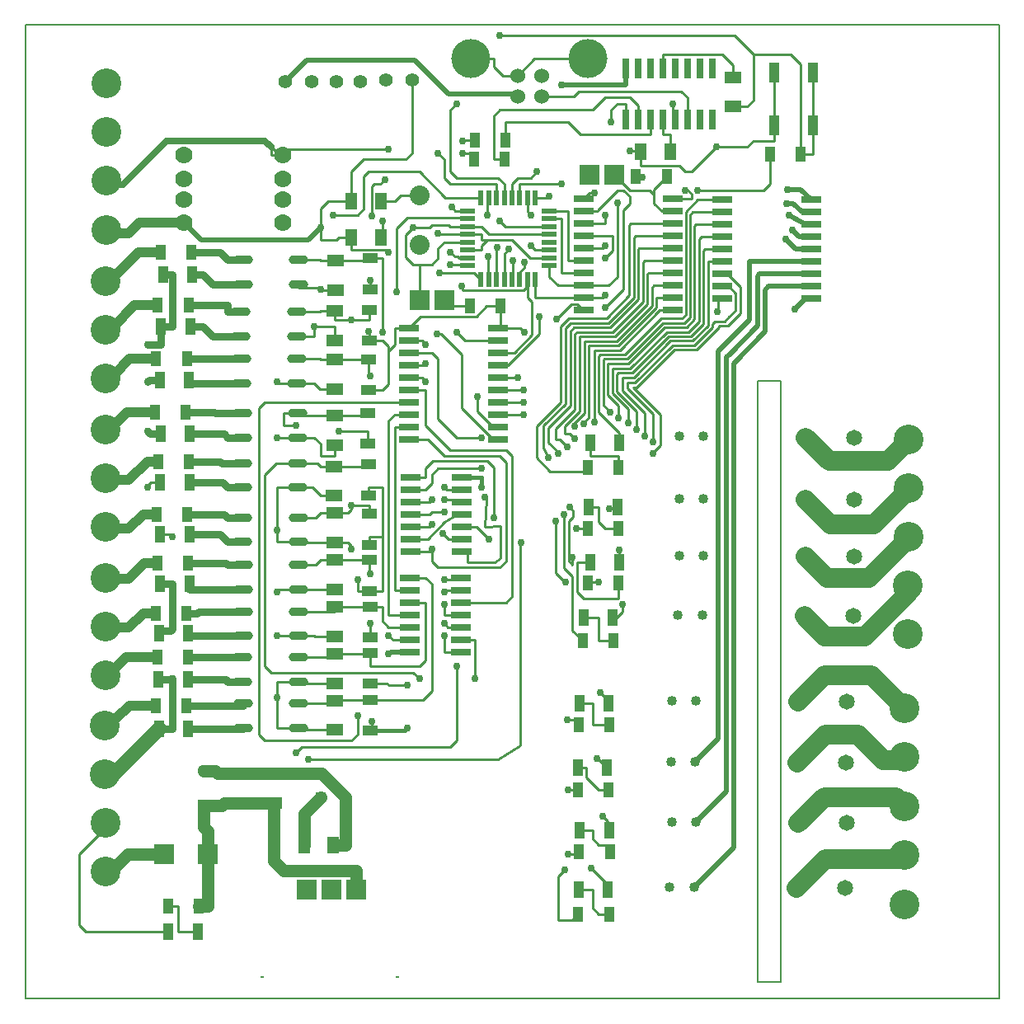
<source format=gbr>
G04 PROTEUS RS274X GERBER FILE*
%FSLAX45Y45*%
%MOMM*%
G01*
%ADD10C,0.254000*%
%ADD11C,0.762000*%
%ADD12C,1.270000*%
%ADD13C,0.508000*%
%ADD14C,1.016000*%
%ADD15C,0.381000*%
%ADD16C,2.032000*%
%ADD17C,0.635000*%
%ADD18C,1.524000*%
%ADD19C,0.762000*%
%ADD70C,1.524000*%
%ADD71C,4.000000*%
%ADD20R,2.032000X0.635000*%
%ADD21R,1.498600X0.558800*%
%ADD22R,0.558800X1.498600*%
%ADD23C,3.048000*%
%ADD24C,1.016000*%
%ADD25C,1.651000*%
%ADD26R,0.635000X2.032000*%
%ADD27R,1.803400X1.143000*%
%ADD28R,1.016000X1.524000*%
%ADD29R,1.524000X1.016000*%
%AMPPAD022*
4,1,36,
-0.977900,-0.012700,
-0.977900,0.012700,
-0.969310,0.100990,
-0.944590,0.182630,
-0.905320,0.256060,
-0.853080,0.319680,
-0.789460,0.371920,
-0.716030,0.411190,
-0.634390,0.435910,
-0.546100,0.444500,
0.546100,0.444500,
0.634390,0.435910,
0.716030,0.411190,
0.789460,0.371920,
0.853080,0.319680,
0.905320,0.256060,
0.944590,0.182630,
0.969310,0.100990,
0.977900,0.012700,
0.977900,-0.012700,
0.969310,-0.100990,
0.944590,-0.182630,
0.905320,-0.256060,
0.853080,-0.319680,
0.789460,-0.371920,
0.716030,-0.411190,
0.634390,-0.435910,
0.546100,-0.444500,
-0.546100,-0.444500,
-0.634390,-0.435910,
-0.716030,-0.411190,
-0.789460,-0.371920,
-0.853080,-0.319680,
-0.905320,-0.256060,
-0.944590,-0.182630,
-0.969310,-0.100990,
-0.977900,-0.012700,
0*%
%ADD72PPAD022*%
%ADD73R,1.092200X1.752600*%
%ADD30R,1.143000X1.803400*%
%ADD31C,2.032000*%
%ADD32R,1.280000X1.280000*%
%ADD33C,0.254000*%
%ADD34C,1.280000*%
%ADD35R,1.120000X1.120000*%
%ADD36C,1.120000*%
%ADD37R,2.108200X2.108200*%
%ADD38C,1.397000*%
%ADD39R,2.032000X2.032000*%
%ADD40R,0.300000X0.200000*%
%ADD41R,1.000000X2.000000*%
%ADD42C,1.778000*%
%ADD43C,0.203200*%
D10*
X-75040Y+3620000D02*
X-190500Y+3620000D01*
X-190500Y+4064000D01*
X-127000Y+4127500D01*
X+825500Y+4127500D01*
X+952500Y+4254500D01*
X+1206500Y+4254500D01*
X+1290500Y+4170500D01*
X+1290500Y+4029650D01*
X+1417500Y+4029650D02*
X+1417500Y+3873500D01*
X+698500Y+3873500D01*
X+571500Y+4000500D01*
X-72000Y+4000500D01*
X-72000Y+3815000D01*
X-142800Y+1759500D02*
X-489500Y+1759500D01*
X-571500Y+1841500D01*
D11*
X-3345040Y-1990000D02*
X-2767000Y-1990000D01*
X-2767000Y-1970000D01*
X-3330000Y-2230000D02*
X-2767000Y-2230000D01*
X-2767000Y-2220000D01*
X-3330000Y-1497000D02*
X-3048001Y-1497000D01*
X-3048000Y-1497001D01*
X-2770000Y-1497001D01*
X-2770000Y-1497000D01*
X-3331000Y-1724000D02*
X-2944000Y-1724000D01*
X-2921000Y-1747000D01*
X-2770000Y-1747000D01*
X-2766000Y-1024000D02*
X-3217500Y-1024000D01*
X-3238500Y-1045000D01*
X-3345000Y-1045000D01*
X-2766000Y-1274000D02*
X-3330000Y-1274000D01*
X-3330000Y-1250000D01*
X-3330000Y-530000D02*
X-2937000Y-530000D01*
X-2921000Y-546000D01*
X-2766000Y-546000D01*
X-2766000Y-796000D02*
X-3317000Y-796000D01*
X-3317000Y-738000D01*
X-3337000Y-25000D02*
X-2957000Y-25000D01*
X-2921000Y-61000D01*
X-2770000Y-61000D01*
X-3315000Y-235000D02*
X-2997000Y-235000D01*
X-2921000Y-311000D01*
X-2770000Y-311000D01*
X-3319000Y+515000D02*
X-2999500Y+515000D01*
X-2984500Y+500000D01*
X-2772000Y+500000D01*
X-3316000Y+302000D02*
X-2973000Y+302000D01*
X-2921000Y+250000D01*
X-2772000Y+250000D01*
X-3356000Y+1025000D02*
X-3061000Y+1025000D01*
X-3048000Y+1012000D01*
X-2775000Y+1012000D01*
X-3311000Y+802000D02*
X-2961000Y+802000D01*
X-2921000Y+762000D01*
X-2775000Y+762000D01*
X-2782000Y+1572000D02*
X-3174999Y+1572000D01*
X-3175000Y+1571999D01*
X-3343000Y+1571999D01*
X-3343000Y+1572000D01*
X-2782000Y+1322000D02*
X-3321000Y+1322000D01*
X-3321000Y+1351000D01*
X-3325000Y+2123000D02*
X-2921000Y+2123000D01*
X-2921000Y+2054000D01*
X-2786000Y+2054000D01*
X-2786000Y+1804000D02*
X-3078000Y+1804000D01*
X-3175000Y+1901000D01*
X-3308000Y+1901000D01*
X-3293000Y+2665000D02*
X-3002000Y+2665000D01*
X-2921000Y+2584000D01*
X-2762000Y+2584000D01*
X-2762000Y+2334000D02*
X-3077000Y+2334000D01*
X-3175000Y+2432000D01*
X-3288000Y+2432000D01*
D10*
X+992960Y-4132000D02*
X+889000Y-4132000D01*
X+825500Y-4068500D01*
X+825500Y-3881000D01*
X+683000Y-3881000D01*
X+1000960Y-3495000D02*
X+1000960Y-3421380D01*
X+889000Y-3421380D01*
X+825500Y-3357880D01*
X+825500Y-3274000D01*
X+693000Y-3274000D01*
X+673000Y-2625000D02*
X+762000Y-2625000D01*
X+762000Y-2730500D01*
X+886500Y-2855000D01*
X+987960Y-2855000D01*
X+691000Y-1964000D02*
X+825500Y-1964000D01*
X+825500Y-2185000D01*
X+997960Y-2185000D01*
X+733000Y-1085000D02*
X+889000Y-1085000D01*
X+889000Y-1325000D01*
X+1037960Y-1325000D01*
X+798000Y-521000D02*
X+667275Y-521000D01*
X+667275Y-825500D01*
X+730775Y-889000D01*
X+1087960Y-889000D01*
X+1087960Y-735000D01*
X+1092960Y-172000D02*
X+952500Y-172000D01*
X+889000Y-108500D01*
X+889000Y+47000D01*
X+784000Y+47000D01*
X+798000Y+710000D02*
X+798000Y+571500D01*
X+1092960Y+571500D01*
X+1092960Y+458000D01*
D12*
X-2450000Y-2990000D02*
X-2450000Y-3582500D01*
X-2349500Y-3683000D01*
X-1606000Y-3683000D01*
X-1606000Y-3880000D01*
X-3130000Y-3520000D02*
X-3130000Y-4050000D01*
X-3220000Y-4050000D01*
X-3170000Y-3015000D02*
X-3170000Y-3238500D01*
X-3130000Y-3278500D01*
X-3130000Y-3520000D01*
X-3170000Y-3015000D02*
X-2984500Y-3015000D01*
X-2959500Y-2990000D01*
X-2450000Y-2990000D01*
D10*
X-3534960Y-4050000D02*
X-3429000Y-4050000D01*
X-3429000Y-4310000D01*
X-3230000Y-4310000D01*
X-1455000Y-1935000D02*
X-919000Y-1935000D01*
X-825500Y-1841500D01*
X-825500Y-743500D01*
X-889000Y-680000D01*
X-1051350Y-680000D01*
X-1820000Y-1940000D02*
X-1820000Y-1970000D01*
X-2197000Y-1970000D01*
X-1820000Y-1940000D02*
X-1820000Y-1935000D01*
X-1455000Y-1935000D01*
X-1457000Y-1460000D02*
X-1457000Y-1587500D01*
X-952500Y-1587500D01*
X-889000Y-1524000D01*
X-889000Y-934000D01*
X-1051350Y-934000D01*
X-1820000Y-1460000D02*
X-1457000Y-1460000D01*
X-1457000Y-1450000D01*
X-1820000Y-1460000D02*
X-1820000Y-1497000D01*
X-2200000Y-1497000D01*
D11*
X-3492500Y-1714500D02*
X-3492500Y-2230000D01*
X-3630000Y-2230000D01*
X-3492500Y-1206500D02*
X-3492500Y-738000D01*
X-3617000Y-738000D01*
X-3608000Y+1901000D02*
X-3492500Y+1901000D01*
X-3492500Y+2432000D01*
X-3588000Y+2432000D01*
X-3492500Y-1206500D02*
X-3505200Y-1219200D01*
X-3630000Y-1219200D01*
X-3630000Y-1250000D01*
X-3608000Y+1901000D02*
X-3608000Y+1714500D01*
X-3746500Y+1714500D01*
D10*
X-3746500Y+254000D02*
X-3746500Y+263900D01*
X-3708400Y+302000D01*
X-3616000Y+302000D01*
D11*
X-3746500Y+825500D02*
X-3723000Y+802000D01*
X-3611000Y+802000D01*
X-3746500Y+1333500D02*
X-3729000Y+1351000D01*
X-3621000Y+1351000D01*
D10*
X-3492500Y-254000D02*
X-3511500Y-235000D01*
X-3615000Y-235000D01*
D11*
X-3492500Y-1714500D02*
X-3502000Y-1724000D01*
X-3631000Y-1724000D01*
D10*
X-1460000Y-975040D02*
X-1333500Y-975040D01*
X-1333500Y-1124500D01*
X-1270000Y-1188000D01*
X-1051350Y-1188000D01*
X-1820000Y-980000D02*
X-1820000Y-1024000D01*
X-2196000Y-1024000D01*
X-1820000Y-980000D02*
X-1460000Y-980000D01*
X-1460000Y-975040D01*
X-1460500Y-635000D02*
X-1466000Y-629500D01*
X-1466000Y-498000D01*
X-1820000Y-498000D02*
X-1466000Y-498000D01*
X-1820000Y-498000D02*
X-1968500Y-498000D01*
X-2016500Y-546000D01*
X-2196000Y-546000D01*
X-1466000Y-498000D02*
X-1466000Y-497000D01*
X-698500Y-825500D02*
X-680000Y-807000D01*
X-530650Y-807000D01*
X-1824000Y-14000D02*
X-1968500Y-14000D01*
X-2015500Y-61000D01*
X-2200000Y-61000D01*
X-1651000Y+63500D02*
X-1466000Y+63500D01*
X-1466000Y-23000D01*
X-1824000Y-14000D02*
X-1689100Y-14000D01*
X-1651000Y+24100D01*
X-1651000Y+63500D01*
X-1828000Y+464000D02*
X-1479000Y+464000D01*
X-1479000Y+484000D01*
X-1828000Y+464000D02*
X-1968500Y+464000D01*
X-2004500Y+500000D01*
X-2202000Y+500000D01*
X-381000Y-1714500D02*
X-381000Y-1315000D01*
X-530650Y-1315000D01*
X-2202000Y+500000D02*
X-2421000Y+500000D01*
X-2540000Y+381000D01*
X-2540000Y-1587500D01*
X-2476500Y-1651000D01*
X-1016000Y-1651000D01*
X-952500Y-1714500D01*
X-1825000Y+986000D02*
X-2133000Y+986000D01*
X-2159000Y+1012000D01*
X-2205000Y+1012000D01*
X-1825000Y+986000D02*
X-1481000Y+986000D01*
X-1481000Y+1013000D01*
X-2205000Y+1012000D02*
X-2349500Y+1012000D01*
X-2349500Y+889000D01*
X-2222500Y+889000D01*
X-190500Y-63500D02*
X-190500Y+457200D01*
X-254000Y+520700D01*
X-812800Y+520700D01*
X-889000Y+444500D01*
X-889000Y+356000D01*
X-1041350Y+356000D01*
X-2222500Y-2476500D02*
X-2159000Y-2413000D01*
X-635000Y-2413000D01*
X-571500Y-2349500D01*
X-571500Y-1587500D01*
X-1821000Y+1562000D02*
X-1968500Y+1562000D01*
X-1978500Y+1572000D01*
X-2212000Y+1572000D01*
X-1475000Y+1563000D02*
X-1475000Y+1411500D01*
X-1460500Y+1397000D01*
X-825500Y+127000D02*
X-850500Y+102000D01*
X-1041350Y+102000D01*
X-1821000Y+1562000D02*
X-1651000Y+1562000D01*
X-1650000Y+1563000D01*
X-1475000Y+1563000D01*
X-1820000Y+2060000D02*
X-1820000Y+1968500D01*
X-1651000Y+1968500D01*
X-825500Y-127000D02*
X-850500Y-152000D01*
X-1041350Y-152000D01*
X-1820000Y+2060000D02*
X-1968500Y+2060000D01*
X-1974500Y+2054000D01*
X-2216000Y+2054000D01*
X-1651000Y+1968500D02*
X-1470000Y+1968500D01*
X-1470000Y+2074960D01*
X-1463000Y+2602000D02*
X-1333500Y+2602000D01*
X-1333500Y+1841500D01*
X-698500Y+254000D02*
X-673500Y+229000D01*
X-520650Y+229000D01*
X-1814000Y+2578000D02*
X-1463000Y+2578000D01*
X-1463000Y+2602000D01*
X-1814000Y+2578000D02*
X-1968500Y+2578000D01*
X-1974500Y+2584000D01*
X-2192000Y+2584000D01*
X-889000Y+1714500D02*
X-889000Y+1721400D01*
X-927100Y+1759500D01*
X-1057200Y+1759500D01*
X-698500Y+0D02*
X-825500Y+0D01*
X-850500Y-25000D01*
X-1041350Y-25000D01*
X-317500Y+444500D02*
X-762000Y+444500D01*
X-825500Y+381000D01*
X-825500Y+292500D01*
X-889000Y+229000D01*
X-1041350Y+229000D01*
X-317500Y+762000D02*
X-571500Y+762000D01*
X-762000Y+952500D01*
X-762000Y+1569000D01*
X-825500Y+1632500D01*
X-1057200Y+1632500D01*
X-698500Y-1270000D02*
X-698500Y-1442000D01*
X-530650Y-1442000D01*
X-889000Y+1524000D02*
X-907500Y+1505500D01*
X-1057200Y+1505500D01*
X-889000Y+1333500D02*
X-889000Y+1340400D01*
X-927100Y+1378500D01*
X-1057200Y+1378500D01*
X-698500Y-1143000D02*
X-698500Y-1149900D01*
X-660400Y-1188000D01*
X-530650Y-1188000D01*
X-530650Y-934000D02*
X-63500Y-934000D01*
X+0Y-870500D01*
X+0Y+571500D01*
X-63500Y+635000D01*
X-635000Y+635000D01*
X-889000Y+889000D01*
X-889000Y+1251500D01*
X-1057200Y+1251500D01*
X-1270000Y-1270000D02*
X-1225000Y-1315000D01*
X-1051350Y-1315000D01*
X-1587500Y-2095500D02*
X-1587500Y-2286000D01*
X-1651000Y-2349500D01*
X-2540000Y-2349500D01*
X-2603500Y-2286000D01*
X-2603500Y+1061000D01*
X-2540000Y+1124500D01*
X-1057200Y+1124500D01*
X-1057200Y+997500D02*
X-1206500Y+997500D01*
X-1270000Y+934000D01*
X-1270000Y-1061000D01*
X-1051350Y-1061000D01*
X-1051350Y-807000D02*
X-1206500Y-807000D01*
X-1206500Y+870500D01*
X-1057200Y+870500D01*
X+1651000Y+4191000D02*
X+1651000Y+4029650D01*
X+1671500Y+4029650D01*
X+1798500Y+4029650D02*
X+1798500Y+4254500D01*
X+1735000Y+4318000D01*
X+685000Y+4318000D01*
X+635000Y+4268000D01*
X+301920Y+4268000D01*
X+1544500Y+4550350D02*
X+1544500Y+4699000D01*
X+2159000Y+4699000D01*
X+2270000Y+4588000D01*
X+2270000Y+4460000D01*
X-1650000Y+2820000D02*
X-1650000Y+2691315D01*
X-1294315Y+2691315D01*
X-1270000Y+2667000D01*
X+1320000Y+3700000D02*
X+1320000Y+3556000D01*
X+1714500Y+3556000D01*
X-762000Y+2603500D02*
X-762000Y+2703500D01*
X-698500Y+2767000D01*
X-463000Y+2767000D01*
X+1016000Y+4000500D02*
X+1016000Y+4127500D01*
X+1079500Y+4191000D01*
X+1163500Y+4191000D01*
X+1163500Y+4029650D01*
X+1714500Y+3556000D02*
X+1778000Y+3492500D01*
X+2095500Y+3746500D02*
X+1841500Y+3492500D01*
X+1778000Y+3492500D01*
X-762000Y+2603500D02*
X-825500Y+2540000D01*
X-1650000Y+3190000D02*
X-1650000Y+3493500D01*
X-1524000Y+3619500D01*
X-1093500Y+3619500D01*
X-1030000Y+3683000D01*
X-1030000Y+4430000D01*
X-825500Y-381000D02*
X-825500Y-508000D01*
X-762000Y-571500D01*
X-127000Y-571500D01*
X-63500Y-508000D01*
X-63500Y+508000D01*
X-127000Y+571500D01*
X-698500Y+571500D01*
X-870500Y+743500D01*
X-1057200Y+743500D01*
D13*
X-3370000Y+2970000D02*
X-3194000Y+2794000D01*
X-2095500Y+2794000D01*
X-1968500Y+2921000D01*
D12*
X-2450000Y-2690000D02*
X-1955000Y-2690000D01*
X-1715000Y-2930000D01*
D10*
X+2690000Y+3970000D02*
X+2690000Y+3810000D01*
X+2476500Y+3810000D01*
X+2413000Y+3746500D01*
X+2095500Y+3746500D01*
X+53000Y+4479780D02*
X+223000Y+4649780D01*
X+773000Y+4649780D01*
X-2202000Y+250000D02*
X-2413000Y+250000D01*
X-2413000Y-190500D01*
X+53000Y+4479780D02*
X-98280Y+4479780D01*
X-190500Y+4572000D01*
X-190500Y+4649780D01*
X-427000Y+4649780D01*
X-1824000Y-314000D02*
X-2156000Y-314000D01*
X-2159000Y-311000D01*
X-2200000Y-311000D01*
X-2197000Y-2220000D02*
X-2413000Y-2220000D01*
X-2413000Y-1905000D01*
X-463000Y+2927000D02*
X-317500Y+2927000D01*
X-237500Y+2847000D01*
X+377000Y+2847000D01*
D12*
X-1715000Y-2930000D02*
X-1715000Y-3420000D01*
X-1840000Y-3420000D01*
D10*
X-2202000Y+250000D02*
X-2054500Y+250000D01*
X-1968500Y+164000D01*
X-1828000Y+164000D01*
X-2032000Y+1905000D02*
X-1820000Y+1905000D01*
X-1820000Y+1760000D01*
X-2205000Y+762000D02*
X-2032000Y+762000D01*
X-1968500Y+698500D01*
X-1968500Y+571500D01*
X-1825000Y+571500D01*
X-1825000Y+686000D01*
X-2200000Y-311000D02*
X-2413000Y-311000D01*
X-2413000Y-190500D01*
X-2212000Y+1322000D02*
X-2032000Y+1322000D01*
X-1972000Y+1262000D01*
X-1821000Y+1262000D01*
X-2032000Y+1905000D02*
X-2032000Y+1804000D01*
X-2216000Y+1804000D01*
D12*
X-3170000Y-2665000D02*
X-3048000Y-2665000D01*
X-3023000Y-2690000D01*
X-2450000Y-2690000D01*
D10*
X-1968500Y+2286000D02*
X-1981200Y+2298700D01*
X-2192000Y+2298700D01*
X-2192000Y+2334000D01*
X-1650000Y+2820000D02*
X-1778000Y+2820000D01*
X-1804000Y+2794000D01*
X-1968500Y+2794000D01*
X-1968500Y+2921000D01*
X-2197000Y-2220000D02*
X-2197000Y-2240000D01*
X-1820000Y-2240000D01*
X-2200000Y-1747000D02*
X-2200000Y-1760000D01*
X-1820000Y-1760000D01*
X-463000Y+2927000D02*
X-635000Y+2927000D01*
X-652950Y+2944950D01*
X-825500Y+2944950D01*
X-849450Y+2921000D01*
X-1016000Y+2921000D01*
X-2196000Y-1274000D02*
X-2032000Y-1274000D01*
X-2026000Y-1280000D01*
X-1820000Y-1280000D01*
X-1968500Y+2286000D02*
X-1960500Y+2278000D01*
X-1814000Y+2278000D01*
X-2196000Y-796000D02*
X-2196000Y-798000D01*
X-1820000Y-798000D01*
X-1824000Y-314000D02*
X-1689100Y-314000D01*
X-1651000Y-352100D01*
X-1651000Y-381000D01*
D13*
X-1270000Y-1460500D02*
X-1251500Y-1442000D01*
X-1051350Y-1442000D01*
D10*
X+2690000Y+3970000D02*
X+2690000Y+4510000D01*
X-1650000Y+3190000D02*
X-1890000Y+3190000D01*
X-1968500Y+3111500D01*
X-1968500Y+2921000D01*
X-2200000Y-1747000D02*
X-2413000Y-1747000D01*
X-2413000Y-1905000D01*
X-825500Y-381000D02*
X-850500Y-406000D01*
X-1041350Y-406000D01*
X-2212000Y+1322000D02*
X-2401500Y+1322000D01*
X-2413000Y+1333500D01*
X-2196000Y-1274000D02*
X-2409000Y-1274000D01*
X-2413000Y-1270000D01*
X-2196000Y-796000D02*
X-2383500Y-796000D01*
X-2413000Y-825500D01*
X-2205000Y+762000D02*
X-2413000Y+762000D01*
D14*
X-3644960Y-530000D02*
X-3776620Y-530000D01*
X-3937000Y-690380D01*
X-4157000Y-690380D01*
D10*
X-2354000Y+3660000D02*
X-2476500Y+3660000D01*
X-2476500Y+3746500D01*
X-127000Y+2984500D02*
X-69500Y+2927000D01*
X+377000Y+2927000D01*
X-635000Y+2667000D02*
X-586580Y+2618580D01*
X-550905Y+2618580D01*
X-550905Y+2607000D01*
X-463000Y+2607000D01*
X-950000Y+3250000D02*
X-1143000Y+3250000D01*
X-1203000Y+3190000D01*
X-1350000Y+3190000D01*
X-1333500Y+2984500D02*
X-1333500Y+2874000D01*
X-1350000Y+2857500D01*
X-1350000Y+2820000D01*
X-635000Y+2540000D02*
X-521000Y+2540000D01*
X-508000Y+2527000D01*
X-463000Y+2527000D01*
X+731800Y+2194500D02*
X+237000Y+2194500D01*
X+237000Y+2387000D01*
X+731800Y+2321500D02*
X+988000Y+2321500D01*
X+1079500Y+2413000D01*
X+1079500Y+3175000D01*
X+731800Y+2321500D02*
X+468500Y+2321500D01*
X+377000Y+2413000D01*
X+377000Y+2527000D01*
X+377000Y+3007000D02*
X+508000Y+3007000D01*
X+508000Y+2448500D01*
X+731800Y+2448500D01*
X+731800Y+2575500D02*
X+571500Y+2575500D01*
X+571500Y+3087000D01*
X+377000Y+3087000D01*
X+952500Y+2730500D02*
X+924500Y+2702500D01*
X+731800Y+2702500D01*
X+381000Y+3238500D02*
X+369500Y+3227000D01*
X+237000Y+3227000D01*
X+952500Y+2603500D02*
X+1028700Y+2679700D01*
X+1028700Y+2829500D01*
X+731800Y+2829500D01*
X+190500Y+3048000D02*
X+157000Y+3081500D01*
X+157000Y+3227000D01*
X+952500Y+3048000D02*
X+952500Y+2956500D01*
X+731800Y+2956500D01*
X+508000Y+3365500D02*
X+77000Y+3365500D01*
X+77000Y+3227000D01*
X+254000Y+3492500D02*
X+190500Y+3429000D01*
X+60500Y+3429000D01*
X-3000Y+3365500D01*
X-3000Y+3227000D01*
X+952500Y+2095500D02*
X+1143000Y+2286000D01*
X+1143000Y+3098800D01*
X+1206500Y+3162300D01*
X+1206500Y+3238500D01*
X+1143000Y+3302000D01*
X+1079500Y+3302000D01*
X+873900Y+3096400D01*
X+873900Y+3083500D01*
X+731800Y+3083500D01*
X-390000Y+3620000D02*
X-390000Y+3683000D01*
X-508000Y+3683000D01*
X-762000Y+3683000D02*
X-698500Y+3619500D01*
X-698500Y+3429000D01*
X-635000Y+3365500D01*
X-163000Y+3365500D01*
X-163000Y+3227000D01*
X+2960000Y+3670000D02*
X+3090000Y+3670000D01*
X+3090000Y+3970000D01*
X+2476500Y+4699000D02*
X+2286000Y+4889500D01*
X-127000Y+4889500D01*
X+2960000Y+3670000D02*
X+2960000Y+4596500D01*
X+2857500Y+4699000D01*
X+2476500Y+4699000D01*
X+2476500Y+4223500D01*
X+2413000Y+4160000D01*
X+2270000Y+4160000D01*
X+3090000Y+3970000D02*
X+3090000Y+4510000D01*
X-571500Y+4191000D02*
X-635000Y+4127500D01*
X-635000Y+3492500D01*
X-571500Y+3429000D01*
X-146500Y+3429000D01*
X-83000Y+3365500D01*
X-83000Y+3227000D01*
X-254000Y+3048000D02*
X-254000Y+3227000D01*
X-243000Y+3227000D01*
X-508000Y+3810000D02*
X-503000Y+3815000D01*
X-386960Y+3815000D01*
X+1544500Y+4029650D02*
X+1544500Y+3873500D01*
X+1620000Y+3873500D01*
X+1620000Y+3700000D01*
X-1333500Y+254000D02*
X-1333500Y-254000D01*
X-1466000Y-811960D02*
X-1333500Y-811960D01*
X-1333500Y-254000D01*
X+1905000Y+3302000D02*
X+2581540Y+3302000D01*
X+2645040Y+3365500D01*
X+2645040Y+3670000D01*
X-254000Y+2794000D02*
X+0Y+2794000D01*
X+187000Y+2607000D01*
X+377000Y+2607000D01*
X-317500Y+2687000D02*
X-317500Y+2730500D01*
X-254000Y+2794000D01*
X-463000Y+2847000D02*
X-317500Y+2847000D01*
X-317500Y+2794000D01*
X-254000Y+2794000D01*
X-317500Y+2687000D02*
X-463000Y+2687000D01*
X-463000Y+2847000D02*
X-751500Y+2847000D01*
X-762000Y+2857500D01*
X-1778000Y+825500D02*
X-1481000Y+825500D01*
X-1481000Y+698040D01*
D12*
X-1965000Y-2930000D02*
X-2140000Y-3105000D01*
X-2140000Y-3420000D01*
D10*
X+1778000Y+3302000D02*
X+1803400Y+3302000D01*
X+1841500Y+3263900D01*
X+1841500Y+3210500D01*
X+1646200Y+3210500D01*
X-1270000Y+1651000D02*
X-1270000Y+1311540D01*
X-1333500Y+1248040D01*
X-1475000Y+1248040D01*
X-1057200Y+1886500D02*
X-1206500Y+1886500D01*
X-1206500Y+1714500D01*
X-1270000Y+1651000D01*
X-1270000Y+1696500D01*
X-1333500Y+1760000D01*
X-1470000Y+1760000D01*
X-1333500Y+254000D02*
X-1479000Y+254000D01*
X-1479000Y+169040D01*
X-1397000Y-254000D02*
X-1466000Y-254000D01*
X-1466000Y-337960D01*
X-1079500Y-1778000D02*
X-1270000Y-1778000D01*
X-1283040Y-1764960D01*
X-1457000Y-1764960D01*
X-698500Y-698500D02*
X-530650Y-698500D01*
X-530650Y-680000D01*
X-1397000Y-254000D02*
X-1333500Y-254000D01*
D15*
X-1079500Y-2222500D02*
X-1106960Y-2249960D01*
X-1455000Y-2249960D01*
D13*
X+508000Y+4381500D02*
X+1163500Y+4381500D01*
X+1163500Y+4550350D01*
D10*
X-1466000Y-811960D02*
X-1587500Y-811960D01*
X-1587500Y-698500D01*
X-1460500Y-1143000D02*
X-1460000Y-1143500D01*
X-1460000Y-1290000D01*
D15*
X-317500Y+254000D02*
X-317500Y+356000D01*
X-520650Y+356000D01*
D13*
X+53000Y+4268000D02*
X+31000Y+4290000D01*
X-657000Y+4290000D01*
X-1002500Y+4635500D01*
X-2114500Y+4635500D01*
X-2330000Y+4420000D01*
D10*
X+1646200Y+2956500D02*
X+1219308Y+2956500D01*
X+1203370Y+2940562D01*
X+1203370Y+2220037D01*
X+968127Y+1984794D01*
X+578501Y+1984794D01*
X+494407Y+1900700D01*
X+494407Y+1125475D01*
X+250000Y+881068D01*
X+250000Y+552256D01*
X+387177Y+415079D01*
X+735079Y+415079D01*
X+778000Y+458000D01*
X+1646200Y+2829500D02*
X+1265545Y+2829500D01*
X+1249138Y+2813093D01*
X+1249138Y+2201173D01*
X+987078Y+1939113D01*
X+597471Y+1939113D01*
X+543347Y+1884989D01*
X+543347Y+1109713D01*
X+320000Y+886366D01*
X+320000Y+656908D01*
X+370000Y+560000D01*
X+655517Y-168538D02*
X+774538Y-168538D01*
X+778000Y-172000D01*
X+449931Y-97960D02*
X+449931Y-632777D01*
X+540322Y-723168D01*
X+544842Y-723168D01*
X+883810Y-723168D02*
X+784832Y-723168D01*
X+773000Y-735000D01*
X+1646200Y+2702500D02*
X+1296934Y+2702500D01*
X+1296061Y+2701627D01*
X+1296061Y+2183503D01*
X+1005973Y+1893415D01*
X+636114Y+1893415D01*
X+597062Y+1854363D01*
X+597062Y+1850942D01*
X+597062Y+1087242D01*
X+373729Y+863909D01*
X+373729Y+708324D01*
X+470000Y+612053D01*
X+470000Y+600000D01*
X+473013Y+596987D01*
X+474168Y+596987D01*
X+1646200Y+2575500D02*
X+1357911Y+2575500D01*
X+1341792Y+2559381D01*
X+1341792Y+2152531D01*
X+1032825Y+1843564D01*
X+663371Y+1843564D01*
X+642734Y+1822927D01*
X+642734Y+1047073D01*
X+446316Y+850655D01*
X+441698Y+846037D01*
X+441698Y+739819D01*
X+490725Y+739819D01*
X+565210Y+665334D01*
X+565210Y+663508D01*
X+527073Y-31936D02*
X+527073Y-576116D01*
X+615942Y-664985D01*
X+615942Y-1217942D01*
X+723000Y-1325000D01*
X+1646200Y+2448500D02*
X+1398109Y+2448500D01*
X+1387557Y+2437948D01*
X+1387557Y+2133702D01*
X+1051674Y+1797819D01*
X+694398Y+1797819D01*
X+694398Y+1034053D01*
X+540668Y+880323D01*
X+540668Y+805754D01*
X+540789Y+805633D01*
X+586321Y+805633D01*
X+638407Y+753547D01*
X+586306Y+50754D02*
X+627706Y+9354D01*
X+627706Y+9163D01*
X+627706Y-53557D01*
X+583432Y-97831D01*
X+583432Y-505739D01*
X+618446Y-540753D01*
X+618446Y-469414D01*
X+564776Y-2132705D02*
X+630705Y-2132705D01*
X+683000Y-2185000D01*
X+1646200Y+2321500D02*
X+1455433Y+2321500D01*
X+1433266Y+2299333D01*
X+1433266Y+2114749D01*
X+1070624Y+1752107D01*
X+742788Y+1752107D01*
X+740131Y+1749450D01*
X+740131Y+1010426D01*
X+623313Y+893608D01*
X+638888Y+878033D01*
X+572518Y-2855720D02*
X+573238Y-2855000D01*
X+673000Y-2855000D01*
X+1646200Y+2194500D02*
X+1480409Y+2194500D01*
X+1479023Y+2193114D01*
X+1479023Y+2095870D01*
X+1089539Y+1706386D01*
X+786027Y+1706386D01*
X+786027Y+968368D01*
X+730261Y+912602D01*
X+736506Y+906357D01*
X+570085Y-3515409D02*
X+665591Y-3515409D01*
X+686000Y-3495000D01*
X+1646200Y+2067500D02*
X+1515266Y+2067500D01*
X+1108475Y+1660709D01*
X+870924Y+1660709D01*
X+840973Y+1660709D01*
X+840919Y+1660655D01*
X+840919Y+917528D01*
X+841984Y+916463D01*
X+534981Y-3678130D02*
X+470020Y-3743091D01*
X+470020Y-4193492D01*
X+616508Y-4193492D01*
X+678000Y-4132000D01*
X+1098000Y+710000D02*
X+1098000Y+812374D01*
X+889104Y+1021270D01*
X+889104Y+1597562D01*
X+906521Y+1614979D01*
X+1160078Y+1614979D01*
X+1529318Y+1984219D01*
X+1742926Y+1984219D01*
X+1780794Y+2022087D01*
X+1780794Y+3077654D01*
X+1905140Y+3202000D01*
X+2155800Y+3202000D01*
X+2155800Y+3075000D02*
X+1852547Y+3075000D01*
X+1826501Y+3048954D01*
X+1826501Y+1995561D01*
X+1769400Y+1938460D01*
X+1548249Y+1938460D01*
X+1179041Y+1569252D01*
X+943299Y+1569252D01*
X+934842Y+1560795D01*
X+934842Y+1098155D01*
X+1007245Y+1025752D01*
X+996335Y+32883D02*
X+1069883Y+32883D01*
X+1084000Y+47000D01*
X+2155800Y+2948000D02*
X+1885620Y+2948000D01*
X+1872219Y+2934599D01*
X+1872219Y+1976601D01*
X+1788335Y+1892717D01*
X+1567213Y+1892717D01*
X+1192299Y+1517803D01*
X+980570Y+1517803D01*
X+980570Y+1196201D01*
X+1086093Y+1090678D01*
X+1086093Y+958544D01*
X+1098652Y-395926D02*
X+1098000Y-396578D01*
X+1098000Y-521000D01*
X+2155800Y+2821000D02*
X+1940369Y+2821000D01*
X+1917958Y+2798589D01*
X+1917958Y+1955971D01*
X+1808969Y+1846982D01*
X+1587215Y+1846982D01*
X+1211835Y+1471602D01*
X+1026282Y+1471602D01*
X+1026282Y+1215061D01*
X+1188967Y+1052376D01*
X+1188967Y+910209D01*
X+1134885Y-951010D02*
X+1134885Y-1027855D01*
X+1075370Y-1087370D01*
X+1033000Y-1087370D01*
X+1033000Y-1085000D01*
X+2155800Y+2694000D02*
X+1974237Y+2694000D01*
X+1963711Y+2683474D01*
X+1963711Y+1931071D01*
X+1833908Y+1801268D01*
X+1620707Y+1801268D01*
X+1606124Y+1801268D01*
X+1230731Y+1425875D01*
X+1089142Y+1425875D01*
X+1071954Y+1408687D01*
X+1071954Y+1233990D01*
X+1274328Y+1031616D01*
X+1274328Y+840704D01*
X+904105Y-1855026D02*
X+991000Y-1941921D01*
X+991000Y-1964000D01*
X+2155800Y+2567000D02*
X+2009500Y+2567000D01*
X+2009478Y+2567022D01*
X+2105500Y+2052000D02*
X+2110000Y+2060000D01*
X+2110000Y+2186000D01*
X+2155800Y+2186000D01*
X+2009478Y+2567022D02*
X+2009478Y+1912163D01*
X+1852881Y+1755566D01*
X+1625081Y+1755566D01*
X+1249710Y+1380195D01*
X+1137369Y+1380195D01*
X+1132893Y+1375719D01*
X+1132893Y+1237610D01*
X+1308788Y+1061715D01*
X+1359671Y+1010832D01*
X+1359671Y+778112D01*
X+869417Y-2530270D02*
X+878270Y-2530270D01*
X+973000Y-2625000D01*
X+2155800Y+2313000D02*
X+2192005Y+2313000D01*
X+2220837Y+2313000D01*
X+2293959Y+2239878D01*
X+2293959Y+2067111D01*
X+2226355Y+1999507D01*
X+2180748Y+1953900D01*
X+2080951Y+1953900D01*
X+2055230Y+1928179D01*
X+2055230Y+1893283D01*
X+1871775Y+1709828D01*
X+1645759Y+1709828D01*
X+1262552Y+1326621D01*
X+1178642Y+1326621D01*
X+1178642Y+1270751D01*
X+1285941Y+1163452D01*
X+1445885Y+1003508D01*
X+1445885Y+720081D01*
X+811026Y-3659624D02*
X+983000Y-3831598D01*
X+983000Y-3881000D01*
X+2192005Y+2313000D02*
X+2192636Y+2313631D01*
X+930569Y-3128787D02*
X+982255Y-3180473D01*
X+982255Y-3186370D01*
X+993000Y-3274000D01*
X+2155800Y+2440000D02*
X+2209584Y+2440000D01*
X+2339884Y+2309700D01*
X+2339884Y+2034842D01*
X+2213248Y+1908206D01*
X+2119015Y+1908206D01*
X+2119015Y+1892482D01*
X+1890638Y+1664105D01*
X+1664652Y+1664105D01*
X+1279285Y+1278738D01*
X+1241320Y+1278738D01*
X+1523041Y+997017D01*
X+1523041Y+684649D01*
X+1441050Y+602658D01*
X+1441050Y+601049D01*
X+3070200Y+3202000D02*
X+3008148Y+3202000D01*
D13*
X+3070200Y+2567000D02*
X+2442561Y+2567000D01*
X+2438227Y+2571334D01*
X+2438227Y+1969348D01*
X+2216851Y+1747972D01*
X+2114345Y+1645466D01*
X+2114345Y+559069D01*
X+2114345Y-2329655D01*
X+1877000Y-2567000D01*
X+3070200Y+2440000D02*
X+2539711Y+2440000D01*
X+2522430Y+2422719D01*
X+2522430Y+1909353D01*
X+2229819Y+1616742D01*
X+2198654Y+1585577D01*
X+2198654Y+1341445D01*
X+2198654Y-2873346D01*
X+1887000Y-3185000D01*
X+3070200Y+2313000D02*
X+2633926Y+2313000D01*
X+2595534Y+2274608D01*
X+2595534Y+1848661D01*
X+2271501Y+1524628D01*
X+2271501Y-3448499D01*
X+1867000Y-3853000D01*
X+2821226Y+3307917D02*
X+2964283Y+3307917D01*
X+3070200Y+3202000D01*
X+2819699Y+3166370D02*
X+2883630Y+3166370D01*
X+2975000Y+3075000D01*
X+3070200Y+3075000D01*
X+2842404Y+3044065D02*
X+2900000Y+3010000D01*
X+3014483Y+2949855D01*
X+3041219Y+2949855D01*
X+3070200Y+2948000D01*
X+3070200Y+2821000D02*
X+2947298Y+2821000D01*
X+2874954Y+2893344D01*
X+3070200Y+2694000D02*
X+2905788Y+2694000D01*
X+2803946Y+2795842D01*
X+2902313Y+2075638D02*
X+3012675Y+2186000D01*
X+3070200Y+2186000D01*
D10*
X+731800Y+2067500D02*
X+669593Y+2129707D01*
X+607298Y+2129707D01*
X+456766Y+1979175D01*
D16*
X+2937000Y-3195000D02*
X+3202000Y-2930000D01*
X+3939000Y-2930000D01*
X+4058000Y-3049000D01*
D10*
X-2476500Y+3746500D02*
X-2400000Y+3670000D01*
X-2354000Y+3670000D01*
X-2354000Y+3720000D01*
X-1270000Y+3720000D01*
X+190500Y+2730500D02*
X+234000Y+2687000D01*
X+377000Y+2687000D01*
X-4180620Y-3192000D02*
X-4180620Y-3248000D01*
X-4251310Y-3318690D01*
X-4152000Y-3219380D02*
X-4180620Y-3248000D01*
X-4251310Y-3318690D02*
X-4445000Y-3512380D01*
X-4445000Y-4246500D01*
X-4381500Y-4310000D01*
X-3530000Y-4310000D01*
X-4190885Y-3682115D02*
X-4132198Y-3682115D01*
X-4109202Y-3659119D01*
X-4180620Y-3692380D02*
X-4190885Y-3682115D01*
X-4205367Y-3682115D01*
X-4116120Y-3683880D02*
X-4152778Y-3683880D01*
X-4176099Y-3707201D01*
X-4180620Y-3692380D01*
D12*
X-4152000Y-3719760D02*
X-4116120Y-3683880D01*
X-3952240Y-3520000D01*
X-3580000Y-3520000D01*
D10*
X-4181620Y-2194000D02*
X-4139620Y-2194000D01*
X-4067810Y-2122190D01*
D14*
X-3660000Y-1990000D02*
X-3935620Y-1990000D01*
X-4067810Y-2122190D01*
X-4139620Y-2194000D02*
X-4154000Y-2208380D01*
D10*
X-4179620Y-1677760D02*
X-4143620Y-1677760D01*
X-4122930Y-1657070D01*
D14*
X-3644960Y-1497000D02*
X-3962860Y-1497000D01*
X-4122930Y-1657070D01*
X-4143620Y-1677760D02*
X-4157000Y-1691140D01*
D10*
X-4179620Y-1177380D02*
X-4146125Y-1177380D01*
X-4132745Y-1190760D01*
D14*
X-3659960Y-1045000D02*
X-3791240Y-1045000D01*
X-3937000Y-1190760D01*
X-4132745Y-1190760D01*
X-4157000Y-1190760D01*
D10*
X-4179620Y-677000D02*
X-4166240Y-690380D01*
X-4157000Y-690380D01*
X-4176620Y-154760D02*
X-4147413Y-154760D01*
X-4128033Y-174140D01*
D14*
X-3651960Y-25000D02*
X-3787860Y-25000D01*
X-3937000Y-174140D01*
X-4128033Y-174140D01*
X-4154000Y-174140D01*
D10*
X-4176620Y+345620D02*
X-4136027Y+345620D01*
X-4116647Y+326240D01*
D14*
X-3633960Y+515000D02*
X-3748240Y+515000D01*
X-3937000Y+326240D01*
X-4116647Y+326240D01*
X-4154000Y+326240D01*
D10*
X-4176620Y+846000D02*
X-4152213Y+846000D01*
X-4134620Y+846000D01*
X-4120310Y+860310D01*
D14*
X-3670960Y+1025000D02*
X-3955620Y+1025000D01*
X-4120310Y+860310D01*
X-4134620Y+846000D02*
X-4154000Y+826620D01*
D10*
X-4179620Y+1368240D02*
X-4131620Y+1368240D01*
X-4084930Y+1414930D01*
D14*
X-3657960Y+1572000D02*
X-3927860Y+1572000D01*
X-4084930Y+1414930D01*
X-4131620Y+1368240D02*
X-4151000Y+1348860D01*
D10*
X-4179620Y+1868620D02*
X-4143120Y+1905120D01*
X-4095120Y+1905120D01*
D14*
X-3639960Y+2123000D02*
X-3877240Y+2123000D01*
X-4095120Y+1905120D01*
X-4151000Y+1849240D01*
D10*
X-4179620Y+2369000D02*
X-4131620Y+2369000D01*
X-4110310Y+2390310D01*
D14*
X-3607960Y+2665000D02*
X-3835620Y+2665000D01*
X-4110310Y+2390310D01*
X-4131620Y+2369000D02*
X-4151000Y+2349620D01*
D10*
X-4172250Y+2896610D02*
X-4134500Y+2858860D01*
X-4118900Y+2858860D01*
D14*
X-3370000Y+2970000D02*
X-3825860Y+2970000D01*
X-3937000Y+2858860D01*
X-4118900Y+2858860D01*
X-4134500Y+2858860D02*
X-4150000Y+2858860D01*
D10*
X-4172250Y+3396990D02*
X-4134500Y+3359240D01*
X-4120544Y+3359240D01*
D17*
X-2476500Y+3746500D02*
X-2540000Y+3810000D01*
X-3550000Y+3810000D01*
X-4000760Y+3359240D01*
X-4120544Y+3359240D01*
X-4134500Y+3359240D02*
X-4150000Y+3359240D01*
D10*
X+4024000Y-3528620D02*
X+4059000Y-3563620D01*
X+4061000Y-3563620D01*
D16*
X+4059000Y-3563620D02*
X+3216380Y-3563620D01*
X+2917000Y-3863000D01*
D10*
X+4029000Y-3022000D02*
X+4056000Y-3049000D01*
X+4058000Y-3049000D01*
X+4029000Y-2521620D02*
X+4056000Y-2548620D01*
X+4058000Y-2548620D01*
D16*
X+2927000Y-2577000D02*
X+3214000Y-2290000D01*
X+3551380Y-2290000D01*
X+3810000Y-2548620D01*
X+4056000Y-2548620D01*
D10*
X+4029000Y-2021240D02*
X+4030000Y-2020240D01*
D16*
X+2937000Y-1949000D02*
X+3206000Y-1680000D01*
X+3689760Y-1680000D01*
X+4030000Y-2020240D01*
X+4058000Y-2048240D01*
D10*
X+4066000Y+745760D02*
X+4066000Y+725760D01*
X+4065120Y+724880D01*
D16*
X+3013000Y+763000D02*
X+3256000Y+520000D01*
X+3860240Y+520000D01*
X+4065120Y+724880D01*
X+4066000Y+725760D02*
X+4075000Y+734760D01*
D10*
X+4066000Y+245380D02*
X+4066000Y+225380D01*
X+4066000Y+216874D01*
X+4093487Y+189387D01*
D16*
X+3013000Y+121000D02*
X+3264000Y-130000D01*
X+3710620Y-130000D01*
X+4066000Y+225380D01*
X+4075000Y+234380D01*
D10*
X+4066000Y-255000D02*
X+4066000Y-269716D01*
X+4068642Y-272358D01*
X+4088621Y-292337D01*
D16*
X+3013000Y-461000D02*
X+3232000Y-680000D01*
X+3661000Y-680000D01*
X+4068642Y-272358D01*
X+4075000Y-266000D01*
D10*
X+4057000Y-756620D02*
X+4057000Y-843000D01*
X+4057000Y-873819D01*
X+4059426Y-876245D01*
D16*
X+4073000Y-786620D02*
X+4073000Y-827000D01*
X+4057000Y-843000D01*
X+3620000Y-1280000D01*
X+3210000Y-1280000D01*
X+3000000Y-1070000D01*
D10*
X-142800Y+1886500D02*
X-120000Y+1909300D01*
X-120000Y+2110000D01*
X-261380Y+2110000D01*
X-370502Y+2000878D01*
X-942822Y+2000878D01*
X-1057200Y+1886500D01*
X-434960Y+2110000D02*
X-636000Y+2110000D01*
X-696000Y+2170000D01*
X-950000Y+2170000D02*
X-950000Y+2536745D01*
X-953255Y+2540000D01*
X-1016000Y+2921000D02*
X-1090950Y+2846050D01*
X-1090950Y+2614950D01*
X-1016000Y+2540000D01*
X-953255Y+2540000D01*
X-825500Y+2540000D01*
X+127000Y+1841500D02*
X+82000Y+1886500D01*
X-142800Y+1886500D01*
X-142800Y+1505500D02*
X-43062Y+1505500D01*
X+276499Y+1825061D01*
X+276499Y+2000507D01*
X+731800Y+2194500D02*
X+924500Y+2194500D01*
X+952500Y+2222500D01*
X+123884Y+2560742D02*
X+123884Y+2503826D01*
X+77000Y+2456942D01*
X+77000Y+2387000D01*
X-142800Y+1378500D02*
X+53043Y+1378500D01*
X+57290Y+1374253D01*
X+3439Y+2579929D02*
X+3439Y+2393439D01*
X-3000Y+2387000D01*
X-142800Y+1251500D02*
X+111233Y+1251500D01*
X+114134Y+1248599D01*
X-33537Y+2696173D02*
X-83000Y+2646710D01*
X-83000Y+2387000D01*
X-142800Y+1124500D02*
X+116612Y+1124500D01*
X+117377Y+1123735D01*
X-151661Y+2715159D02*
X-163000Y+2703820D01*
X-163000Y+2387000D01*
X-142800Y+997500D02*
X+111806Y+997500D01*
X+113012Y+996294D01*
X-249339Y+2620973D02*
X-249339Y+2393339D01*
X-243000Y+2387000D01*
X-142800Y+870500D02*
X-195743Y+870500D01*
X-356380Y+1031137D01*
X-356380Y+1115058D01*
X-356380Y+1182492D01*
X-358424Y+1184536D01*
X-747954Y+2454238D02*
X-390238Y+2454238D01*
X-323000Y+2387000D01*
X-776473Y+1828315D02*
X-728413Y+1828315D01*
X-515724Y+1615626D01*
X-515724Y+1061920D01*
X-197304Y+743500D01*
X-142800Y+743500D01*
X-463000Y+3007000D02*
X-473874Y+3017874D01*
X-1081189Y+3017874D01*
X-1187534Y+2911529D01*
X-1187535Y+2257783D01*
X+90500Y-317500D02*
X+90500Y-320000D01*
X-698500Y-952500D02*
X-698500Y-1061000D01*
X-530650Y-1061000D01*
X-1041350Y-279000D02*
X-869000Y-279000D01*
X-695945Y-105945D01*
X-570000Y-25000D01*
X-573646Y-25000D01*
X-520650Y-25000D01*
X-520650Y-279000D02*
X-655580Y-279000D01*
X-712013Y-222567D01*
X-700984Y+127086D02*
X-545736Y+127086D01*
X-520650Y+102000D01*
X-463000Y+3087000D02*
X-583312Y+3087000D01*
X-622829Y+3126517D01*
X-280000Y+150000D02*
X-262677Y+132677D01*
X-278500Y-151500D01*
X-120000Y-150000D01*
X-120000Y-480000D01*
X-180000Y-520000D01*
X-460000Y-520000D01*
X-463383Y-406000D01*
X-520650Y-406000D01*
X-238445Y-283489D02*
X-369934Y-152000D01*
X-520650Y-152000D01*
X-1446296Y-2156585D02*
X-1446296Y-2241256D01*
X-1455000Y-2249960D01*
X-1463000Y+2287040D02*
X-1463000Y+2373352D01*
X-1461945Y+2374407D01*
X-1470000Y+1760000D02*
X-1470000Y+1832662D01*
X-1471986Y+1834648D01*
X-1471986Y+1850653D01*
X-1472987Y+1851654D01*
X+157000Y+2387000D02*
X+157000Y+2317440D01*
X-142800Y+1632500D02*
X+19193Y+1632500D01*
X+202520Y+1815827D01*
X+202520Y+2155910D01*
X+157000Y+2201430D01*
X+157000Y+2317440D01*
X+90500Y-320000D02*
X+80000Y-330500D01*
X+80000Y-2399909D01*
X-150000Y-2540000D01*
X-2095500Y-2540000D01*
X-1841500Y+3048000D02*
X-1587500Y+3048000D01*
X-1524000Y+3111500D01*
X-1524000Y+3446000D01*
X-1477500Y+3492500D01*
X-952500Y+3492500D01*
X-687000Y+3227000D01*
X-323000Y+3227000D01*
X+157000Y+2317440D02*
X+111929Y+2272369D01*
X-505149Y+2272369D01*
X-521515Y+2288735D01*
X-521515Y+2319208D01*
X-520509Y+2320214D01*
X-522521Y+2320214D01*
X-1441114Y+3034702D02*
X-1441114Y+3343285D01*
X-1419772Y+3364627D01*
X-1355373Y+3364627D01*
X-1308462Y+3411538D01*
X-1308462Y+3408462D01*
X+845423Y+3269796D02*
X+791096Y+3269796D01*
X+731800Y+3210500D01*
X+1270000Y+3440000D02*
X+1331144Y+3440000D01*
X+1336986Y+3434158D01*
X+1209379Y+3707962D02*
X+1295073Y+3707962D01*
X+1301929Y+3701106D01*
X+1320000Y+3700000D01*
X+1050000Y+3460000D02*
X+1207612Y+3302388D01*
X+1410758Y+3302388D01*
X+1456496Y+3256650D01*
X+1646200Y+3083500D02*
X+1534104Y+3083500D01*
X+1456496Y+3161108D01*
X+1456496Y+3256650D01*
X+1456496Y+3311536D01*
X+1584960Y+3440000D01*
D18*
X-3630000Y-2230000D02*
X-4094533Y-2694533D01*
X-4172928Y-2694533D01*
X-4181620Y-2694380D01*
D19*
X-571500Y+1841500D03*
X-3746500Y+1714500D03*
X-3492500Y-1206500D03*
X-3746500Y+254000D03*
X-3746500Y+825500D03*
X-3746500Y+1333500D03*
X-3492500Y-254000D03*
X-3492500Y-1714500D03*
X-1460500Y-635000D03*
X-698500Y-825500D03*
X-381000Y-1714500D03*
X-952500Y-1714500D03*
X-190500Y-63500D03*
X-571500Y-1587500D03*
X-2222500Y-2476500D03*
X-2222500Y+889000D03*
X-1460500Y+1397000D03*
X-825500Y+127000D03*
X-825500Y-127000D03*
X-1651000Y+1968500D03*
X-1333500Y+1841500D03*
X-698500Y+254000D03*
X-889000Y+1714500D03*
X-698500Y+0D03*
X-317500Y+444500D03*
X-317500Y+762000D03*
X-698500Y-1270000D03*
X-889000Y+1524000D03*
X-889000Y+1333500D03*
X-698500Y-1143000D03*
X-1270000Y-1270000D03*
X-1587500Y-2095500D03*
X+1651000Y+4191000D03*
X-1270000Y+2667000D03*
X+1016000Y+4000500D03*
X-1651000Y-381000D03*
X-1270000Y-1460500D03*
X-1968500Y+2921000D03*
X-2413000Y-1905000D03*
X-2413000Y-190500D03*
X-2032000Y+1905000D03*
X-1016000Y+2921000D03*
X-1968500Y+2286000D03*
X-825500Y-381000D03*
X-2413000Y+1333500D03*
X-2413000Y-1270000D03*
X-2413000Y-825500D03*
X-2413000Y+762000D03*
X-127000Y+2984500D03*
X-635000Y+2667000D03*
X-1333500Y+2984500D03*
X-635000Y+2540000D03*
X+1079500Y+3175000D03*
X+952500Y+2730500D03*
X+381000Y+3238500D03*
X+952500Y+2603500D03*
X+190500Y+3048000D03*
X+952500Y+3048000D03*
X+508000Y+3365500D03*
X+254000Y+3492500D03*
X+952500Y+2095500D03*
X-508000Y+3683000D03*
X-762000Y+3683000D03*
X-127000Y+4889500D03*
X-571500Y+4191000D03*
X-254000Y+3048000D03*
X-508000Y+3810000D03*
X+1905000Y+3302000D03*
X-762000Y+2857500D03*
X-1778000Y+825500D03*
X-698500Y-698500D03*
X-1079500Y-2222500D03*
X+508000Y+4381500D03*
X-1587500Y-698500D03*
X-1460500Y-1143000D03*
X-317500Y+254000D03*
X+370000Y+560000D03*
X+655517Y-168538D03*
X+474168Y+596987D03*
X+449931Y-97960D03*
X+544842Y-723168D03*
X+883810Y-723168D03*
X+565210Y+663508D03*
X+527073Y-31936D03*
X+638407Y+753547D03*
X+586306Y+50754D03*
X+618446Y-469414D03*
X+564776Y-2132705D03*
X+638888Y+878033D03*
X+572518Y-2855720D03*
X+736506Y+906357D03*
X+570085Y-3515409D03*
X+841984Y+916463D03*
X+534981Y-3678130D03*
X+1007245Y+1025752D03*
X+996335Y+32883D03*
X+1086093Y+958544D03*
X+1098652Y-395926D03*
X+1188967Y+910209D03*
X+1134885Y-951010D03*
X+1274328Y+840704D03*
X+904105Y-1855026D03*
X+2095500Y+3746500D03*
X+2105500Y+2052000D03*
X+1359671Y+778112D03*
X+869417Y-2530270D03*
X+1445885Y+720081D03*
X+811026Y-3659624D03*
X+1441050Y+601049D03*
X+930569Y-3128787D03*
X+2821226Y+3307917D03*
X+2819699Y+3166370D03*
X+2842404Y+3044065D03*
X+2874954Y+2893344D03*
X+2803946Y+2795842D03*
X+2902313Y+2075638D03*
X+456766Y+1979175D03*
X-1270000Y+3720000D03*
X+190500Y+2730500D03*
X+4030000Y-2020240D03*
X+1778000Y+3302000D03*
X+127000Y+1841500D03*
X+276499Y+2000507D03*
X+952500Y+2222500D03*
X+123884Y+2560742D03*
X+57290Y+1374253D03*
X+3439Y+2579929D03*
X+114134Y+1248599D03*
X-33537Y+2696173D03*
X+117377Y+1123735D03*
X-151661Y+2715159D03*
X+113012Y+996294D03*
X-249339Y+2620973D03*
X-358424Y+1184536D03*
X-747954Y+2454238D03*
X-776473Y+1828315D03*
X-1187535Y+2257783D03*
X-1651000Y+63500D03*
X-698500Y-952500D03*
X-712013Y-222567D03*
X-700984Y+127086D03*
X-622829Y+3126517D03*
X-280000Y+150000D03*
X-238445Y-283489D03*
X-1079500Y-1778000D03*
X-1446296Y-2156585D03*
X-1461945Y+2374407D03*
X-1472987Y+1851654D03*
X+90500Y-320000D03*
X-2095500Y-2540000D03*
X-1841500Y+3048000D03*
X-522521Y+2320214D03*
X-1441114Y+3034702D03*
X-1308462Y+3408462D03*
X+845423Y+3269796D03*
X+1336986Y+3434158D03*
X+1209379Y+3707962D03*
D70*
X+53000Y+4268000D03*
X+301920Y+4268000D03*
X+301920Y+4479780D03*
X+53000Y+4479780D03*
D71*
X-427000Y+4649780D03*
X+773000Y+4649780D03*
D20*
X-1051350Y-680000D03*
X-1051350Y-807000D03*
X-1051350Y-934000D03*
X-1051350Y-1061000D03*
X-1051350Y-1188000D03*
X-1051350Y-1315000D03*
X-1051350Y-1442000D03*
X-530650Y-1442000D03*
X-530650Y-1315000D03*
X-530650Y-1188000D03*
X-530650Y-1061000D03*
X-530650Y-934000D03*
X-530650Y-807000D03*
X-530650Y-680000D03*
X-1041350Y+356000D03*
X-1041350Y+229000D03*
X-1041350Y+102000D03*
X-1041350Y-25000D03*
X-1041350Y-152000D03*
X-1041350Y-279000D03*
X-1041350Y-406000D03*
X-520650Y-406000D03*
X-520650Y-279000D03*
X-520650Y-152000D03*
X-520650Y-25000D03*
X-520650Y+102000D03*
X-520650Y+229000D03*
X-520650Y+356000D03*
D21*
X-463000Y+3087000D03*
X-463000Y+3007000D03*
X-463000Y+2927000D03*
X-463000Y+2847000D03*
X-463000Y+2767000D03*
X-463000Y+2687000D03*
X-463000Y+2607000D03*
X-463000Y+2527000D03*
D22*
X-323000Y+2387000D03*
X-243000Y+2387000D03*
X-163000Y+2387000D03*
X-83000Y+2387000D03*
X-3000Y+2387000D03*
X+77000Y+2387000D03*
X+157000Y+2387000D03*
X+237000Y+2387000D03*
D21*
X+377000Y+2527000D03*
X+377000Y+2607000D03*
X+377000Y+2687000D03*
X+377000Y+2767000D03*
X+377000Y+2847000D03*
X+377000Y+2927000D03*
X+377000Y+3007000D03*
X+377000Y+3087000D03*
D22*
X+237000Y+3227000D03*
X+157000Y+3227000D03*
X+77000Y+3227000D03*
X-3000Y+3227000D03*
X-83000Y+3227000D03*
X-163000Y+3227000D03*
X-243000Y+3227000D03*
X-323000Y+3227000D03*
D20*
X-1057200Y+1886500D03*
X-1057200Y+1759500D03*
X-1057200Y+1632500D03*
X-1057200Y+1505500D03*
X-1057200Y+1378500D03*
X-1057200Y+1251500D03*
X-1057200Y+1124500D03*
X-1057200Y+997500D03*
X-1057200Y+870500D03*
X-1057200Y+743500D03*
X-142800Y+743500D03*
X-142800Y+870500D03*
X-142800Y+997500D03*
X-142800Y+1124500D03*
X-142800Y+1251500D03*
X-142800Y+1378500D03*
X-142800Y+1505500D03*
X-142800Y+1632500D03*
X-142800Y+1759500D03*
X-142800Y+1886500D03*
X+731800Y+3210500D03*
X+731800Y+3083500D03*
X+731800Y+2956500D03*
X+731800Y+2829500D03*
X+731800Y+2702500D03*
X+731800Y+2575500D03*
X+731800Y+2448500D03*
X+731800Y+2321500D03*
X+731800Y+2194500D03*
X+731800Y+2067500D03*
X+1646200Y+2067500D03*
X+1646200Y+2194500D03*
X+1646200Y+2321500D03*
X+1646200Y+2448500D03*
X+1646200Y+2575500D03*
X+1646200Y+2702500D03*
X+1646200Y+2829500D03*
X+1646200Y+2956500D03*
X+1646200Y+3083500D03*
X+1646200Y+3210500D03*
X+2155800Y+3202000D03*
X+2155800Y+3075000D03*
X+2155800Y+2948000D03*
X+2155800Y+2821000D03*
X+2155800Y+2694000D03*
X+2155800Y+2567000D03*
X+2155800Y+2440000D03*
X+2155800Y+2313000D03*
X+2155800Y+2186000D03*
X+3070200Y+2186000D03*
X+3070200Y+2313000D03*
X+3070200Y+2440000D03*
X+3070200Y+2567000D03*
X+3070200Y+2694000D03*
X+3070200Y+2821000D03*
X+3070200Y+2948000D03*
X+3070200Y+3075000D03*
X+3070200Y+3202000D03*
D23*
X-4179620Y+2369000D03*
X-4179620Y+1868620D03*
X-4179620Y+1368240D03*
X-4176620Y+846000D03*
X-4176620Y+345620D03*
X-4176620Y-154760D03*
X-4179620Y-677000D03*
X-4179620Y-1177380D03*
X-4179620Y-1677760D03*
X+4029000Y-3022000D03*
X+4029000Y-2521620D03*
X+4029000Y-2021240D03*
X+4066000Y-255000D03*
X+4066000Y+245380D03*
X+4066000Y+745760D03*
D24*
X+1617000Y-3853000D03*
X+1867000Y-3853000D03*
D25*
X+2917000Y-3863000D03*
X+3417000Y-3863000D03*
D24*
X+1637000Y-3185000D03*
X+1887000Y-3185000D03*
D25*
X+2937000Y-3195000D03*
X+3437000Y-3195000D03*
D24*
X+1627000Y-2567000D03*
X+1877000Y-2567000D03*
D25*
X+2927000Y-2577000D03*
X+3427000Y-2577000D03*
D24*
X+1637000Y-1939000D03*
X+1887000Y-1939000D03*
D25*
X+2937000Y-1949000D03*
X+3437000Y-1949000D03*
D24*
X+1700000Y-1060000D03*
X+1950000Y-1060000D03*
D25*
X+3000000Y-1070000D03*
X+3500000Y-1070000D03*
D24*
X+1713000Y-451000D03*
X+1963000Y-451000D03*
D25*
X+3013000Y-461000D03*
X+3513000Y-461000D03*
D24*
X+1713000Y+131000D03*
X+1963000Y+131000D03*
D25*
X+3013000Y+121000D03*
X+3513000Y+121000D03*
D24*
X+1713000Y+773000D03*
X+1963000Y+773000D03*
D25*
X+3013000Y+763000D03*
X+3513000Y+763000D03*
D23*
X+4024000Y-4029000D03*
X+4024000Y-3528620D03*
X+4057000Y-1257000D03*
X+4057000Y-756620D03*
X-4181620Y-2194000D03*
X-4181620Y-2694380D03*
X-4180620Y-3192000D03*
X-4180620Y-3692380D03*
D26*
X+1163500Y+4029650D03*
X+1290500Y+4029650D03*
X+1417500Y+4029650D03*
X+1544500Y+4029650D03*
X+1671500Y+4029650D03*
X+1798500Y+4029650D03*
X+1925500Y+4029650D03*
X+2052500Y+4029650D03*
X+2052500Y+4550350D03*
X+1925500Y+4550350D03*
X+1798500Y+4550350D03*
X+1671500Y+4550350D03*
X+1544500Y+4550350D03*
X+1417500Y+4550350D03*
X+1290500Y+4550350D03*
X+1163500Y+4550350D03*
D27*
X-1820000Y-2240000D03*
X-1820000Y-1940000D03*
X-1820000Y-1760000D03*
X-1820000Y-1460000D03*
X-1820000Y-1280000D03*
X-1820000Y-980000D03*
X-1820000Y-798000D03*
X-1820000Y-498000D03*
X-1824000Y-314000D03*
X-1824000Y-14000D03*
X-1828000Y+164000D03*
X-1828000Y+464000D03*
X-1825000Y+686000D03*
X-1825000Y+986000D03*
X-1821000Y+1262000D03*
X-1821000Y+1562000D03*
X-1820000Y+1760000D03*
X-1820000Y+2060000D03*
X-1814000Y+2278000D03*
X-1814000Y+2578000D03*
D28*
X-72000Y+3815000D03*
X-386960Y+3815000D03*
X-75040Y+3620000D03*
X-390000Y+3620000D03*
X-434960Y+2110000D03*
X-120000Y+2110000D03*
X+1584960Y+3440000D03*
X+1270000Y+3440000D03*
D29*
X-1455000Y-1935000D03*
X-1455000Y-2249960D03*
X-1457000Y-1450000D03*
X-1457000Y-1764960D03*
X-1460000Y-975040D03*
X-1460000Y-1290000D03*
X-1466000Y-497000D03*
X-1466000Y-811960D03*
X-1466000Y-23000D03*
X-1466000Y-337960D03*
X-1479000Y+484000D03*
X-1479000Y+169040D03*
X-1481000Y+1013000D03*
X-1481000Y+698040D03*
X-1475000Y+1563000D03*
X-1475000Y+1248040D03*
X-1470000Y+2074960D03*
X-1470000Y+1760000D03*
X-1463000Y+2602000D03*
X-1463000Y+2287040D03*
D72*
X-2767000Y-1970000D03*
X-2767000Y-2220000D03*
X-2197000Y-2220000D03*
X-2197000Y-1970000D03*
D73*
X-3330000Y-2230000D03*
X-3630000Y-2230000D03*
D28*
X-3345040Y-1990000D03*
X-3660000Y-1990000D03*
D72*
X-2770000Y-1497000D03*
X-2770000Y-1747000D03*
X-2200000Y-1747000D03*
X-2200000Y-1497000D03*
D73*
X-3331000Y-1724000D03*
X-3631000Y-1724000D03*
D28*
X-3330000Y-1497000D03*
X-3644960Y-1497000D03*
D72*
X-2766000Y-1024000D03*
X-2766000Y-1274000D03*
X-2196000Y-1274000D03*
X-2196000Y-1024000D03*
D73*
X-3330000Y-1250000D03*
X-3630000Y-1250000D03*
D28*
X-3345000Y-1045000D03*
X-3659960Y-1045000D03*
D72*
X-2766000Y-546000D03*
X-2766000Y-796000D03*
X-2196000Y-796000D03*
X-2196000Y-546000D03*
D73*
X-3317000Y-738000D03*
X-3617000Y-738000D03*
D28*
X-3330000Y-530000D03*
X-3644960Y-530000D03*
D72*
X-2770000Y-61000D03*
X-2770000Y-311000D03*
X-2200000Y-311000D03*
X-2200000Y-61000D03*
D73*
X-3315000Y-235000D03*
X-3615000Y-235000D03*
D28*
X-3337000Y-25000D03*
X-3651960Y-25000D03*
D72*
X-2772000Y+500000D03*
X-2772000Y+250000D03*
X-2202000Y+250000D03*
X-2202000Y+500000D03*
D73*
X-3316000Y+302000D03*
X-3616000Y+302000D03*
D28*
X-3319000Y+515000D03*
X-3633960Y+515000D03*
D72*
X-2775000Y+1012000D03*
X-2775000Y+762000D03*
X-2205000Y+762000D03*
X-2205000Y+1012000D03*
D73*
X-3311000Y+802000D03*
X-3611000Y+802000D03*
D28*
X-3356000Y+1025000D03*
X-3670960Y+1025000D03*
D72*
X-2782000Y+1572000D03*
X-2782000Y+1322000D03*
X-2212000Y+1322000D03*
X-2212000Y+1572000D03*
D73*
X-3321000Y+1351000D03*
X-3621000Y+1351000D03*
D28*
X-3343000Y+1572000D03*
X-3657960Y+1572000D03*
D72*
X-2786000Y+2054000D03*
X-2786000Y+1804000D03*
X-2216000Y+1804000D03*
X-2216000Y+2054000D03*
D73*
X-3308000Y+1901000D03*
X-3608000Y+1901000D03*
D28*
X-3325000Y+2123000D03*
X-3639960Y+2123000D03*
D72*
X-2762000Y+2584000D03*
X-2762000Y+2334000D03*
X-2192000Y+2334000D03*
X-2192000Y+2584000D03*
D73*
X-3288000Y+2432000D03*
X-3588000Y+2432000D03*
D28*
X-3293000Y+2665000D03*
X-3607960Y+2665000D03*
D73*
X+683000Y-3881000D03*
X+983000Y-3881000D03*
D28*
X+678000Y-4132000D03*
X+992960Y-4132000D03*
D73*
X+693000Y-3274000D03*
X+993000Y-3274000D03*
D28*
X+686000Y-3495000D03*
X+1000960Y-3495000D03*
D73*
X+673000Y-2625000D03*
X+973000Y-2625000D03*
D28*
X+673000Y-2855000D03*
X+987960Y-2855000D03*
D73*
X+691000Y-1964000D03*
X+991000Y-1964000D03*
D28*
X+683000Y-2185000D03*
X+997960Y-2185000D03*
D73*
X+733000Y-1085000D03*
X+1033000Y-1085000D03*
D28*
X+723000Y-1325000D03*
X+1037960Y-1325000D03*
D73*
X+798000Y-521000D03*
X+1098000Y-521000D03*
D28*
X+773000Y-735000D03*
X+1087960Y-735000D03*
D73*
X+784000Y+47000D03*
X+1084000Y+47000D03*
D28*
X+778000Y-172000D03*
X+1092960Y-172000D03*
D73*
X+798000Y+710000D03*
X+1098000Y+710000D03*
D28*
X+778000Y+458000D03*
X+1092960Y+458000D03*
D30*
X-1650000Y+3190000D03*
X-1350000Y+3190000D03*
D31*
X-950000Y+3250000D03*
X-950000Y+2742000D03*
D30*
X-1650000Y+2820000D03*
X-1350000Y+2820000D03*
D32*
X-3170000Y-3015000D03*
D33*
X-3170000Y-3015000D03*
D34*
X-3170000Y-2665000D03*
D27*
X-2450000Y-2990000D03*
X-2450000Y-2690000D03*
D35*
X-1965000Y-2930000D03*
D33*
X-1965000Y-2930000D03*
D36*
X-1715000Y-2930000D03*
D30*
X-1840000Y-3420000D03*
X-2140000Y-3420000D03*
D37*
X-3580000Y-3520000D03*
X-3130000Y-3520000D03*
D38*
X-2330000Y+4420000D03*
X-2060000Y+4420000D03*
X-1810000Y+4420000D03*
X-1560000Y+4420000D03*
X-1300000Y+4430000D03*
X-1030000Y+4430000D03*
D73*
X-3230000Y-4310000D03*
X-3530000Y-4310000D03*
D28*
X-3220000Y-4050000D03*
X-3534960Y-4050000D03*
D39*
X-1606000Y-3880000D03*
X-1860000Y-3880000D03*
X-2114000Y-3880000D03*
D40*
X-2568700Y-4781720D03*
X-1178700Y-4781720D03*
D39*
X-950000Y+2170000D03*
X-696000Y+2170000D03*
X+796000Y+3460000D03*
X+1050000Y+3460000D03*
D28*
X+2960000Y+3670000D03*
X+2645040Y+3670000D03*
D41*
X+2690000Y+4510000D03*
X+2690000Y+3970000D03*
X+3090000Y+3970000D03*
X+3090000Y+4510000D03*
D27*
X+2270000Y+4460000D03*
X+2270000Y+4160000D03*
D30*
X+1320000Y+3700000D03*
X+1620000Y+3700000D03*
D23*
X-4172250Y+4397750D03*
X-4172250Y+3897370D03*
X-4172250Y+3396990D03*
X-4172250Y+2896610D03*
D42*
X-3370000Y+2970000D03*
X-2354000Y+2970000D03*
X-3370000Y+3210000D03*
X-2354000Y+3210000D03*
X-3370000Y+3660000D03*
X-2354000Y+3660000D03*
X-2360000Y+3420000D03*
X-3376000Y+3420000D03*
D43*
X-5000000Y-5000000D02*
X+5000000Y-5000000D01*
X+5000000Y+5000000D01*
X-5000000Y+5000000D01*
X-5000000Y-5000000D01*
X+2520000Y-4830000D02*
X+2760000Y-4830000D01*
X+2760000Y+1340000D01*
X+2520000Y+1340000D01*
X+2520000Y-4830000D01*
M02*

</source>
